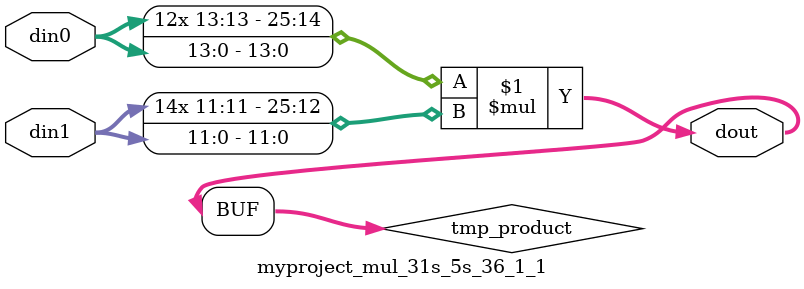
<source format=v>

`timescale 1 ns / 1 ps

 module myproject_mul_31s_5s_36_1_1(din0, din1, dout);
parameter ID = 1;
parameter NUM_STAGE = 0;
parameter din0_WIDTH = 14;
parameter din1_WIDTH = 12;
parameter dout_WIDTH = 26;

input [din0_WIDTH - 1 : 0] din0; 
input [din1_WIDTH - 1 : 0] din1; 
output [dout_WIDTH - 1 : 0] dout;

wire signed [dout_WIDTH - 1 : 0] tmp_product;



























assign tmp_product = $signed(din0) * $signed(din1);








assign dout = tmp_product;





















endmodule

</source>
